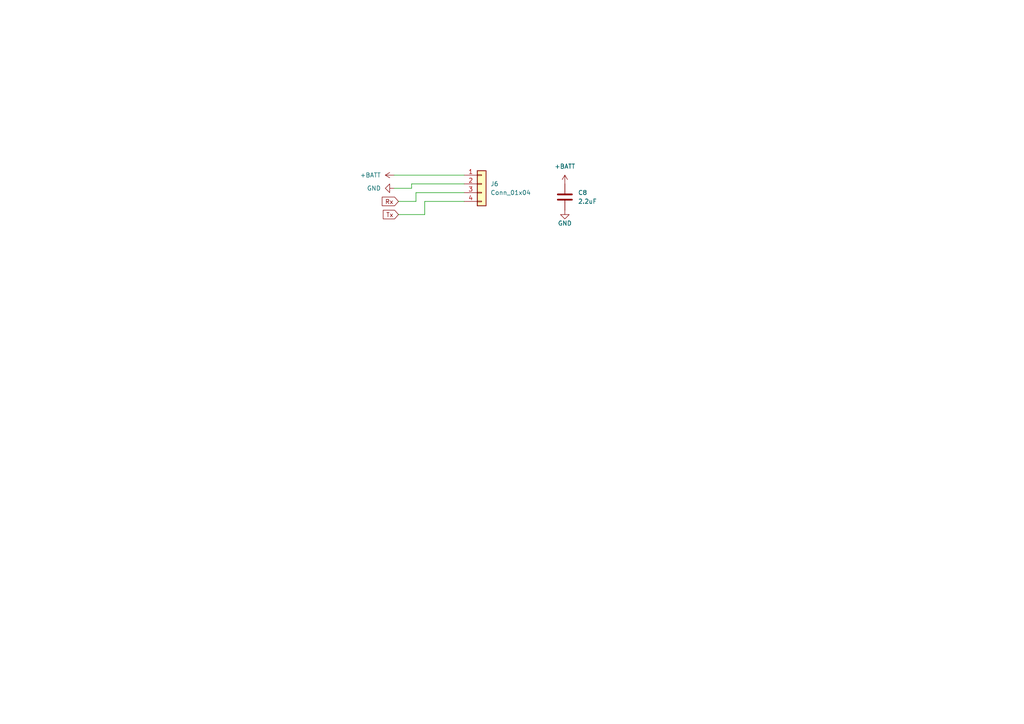
<source format=kicad_sch>
(kicad_sch (version 20230121) (generator eeschema)
  (paper "A4")
  (lib_symbols
    (symbol "Connector_Generic:Conn_01x04" (pin_names (offset 1.016) hide)
      (property "Reference" "J" (at 0 5.08 0))
      (property "Value" "Conn_01x04" (at 0 -7.62 0))
      (symbol "Conn_01x04_1_1"
        (rectangle (start -1.27 -4.953) (end 0 -5.207) (stroke (width 0.1524)))
        (rectangle (start -1.27 -2.413) (end 0 -2.667) (stroke (width 0.1524)))
        (rectangle (start -1.27 0.127) (end 0 -0.127) (stroke (width 0.1524)))
        (rectangle (start -1.27 2.667) (end 0 2.413) (stroke (width 0.1524)))
        (rectangle (start -1.27 3.81) (end 1.27 -6.35) (stroke (width 0.254)) (fill (type background)))
        (pin passive line (at -5.08 2.54 0) (length 3.81) (name "Pin_1") (number "1"))
        (pin passive line (at -5.08 0 0) (length 3.81) (name "Pin_2") (number "2"))
        (pin passive line (at -5.08 -2.54 0) (length 3.81) (name "Pin_3") (number "3"))
        (pin passive line (at -5.08 -5.08 0) (length 3.81) (name "Pin_4") (number "4"))
      )
    )
    (symbol "Device:C" (pin_numbers hide) (pin_names (offset 0.254))
      (property "Reference" "C" (at 0.635 2.54 0))
      (property "Value" "C" (at 0.635 -2.54 0))
      (symbol "C_0_1"
        (polyline (pts (xy -2.032 -0.762) (xy 2.032 -0.762)) (stroke (width 0.508)))
        (polyline (pts (xy -2.032 0.762) (xy 2.032 0.762)) (stroke (width 0.508)))
      )
      (symbol "C_1_1"
        (pin passive line (at 0 3.81 270) (length 2.794) (name "~") (number "1"))
        (pin passive line (at 0 -3.81 90) (length 2.794) (name "~") (number "2"))
      )
    )
    (symbol "power:+BATT" (power) (pin_names (offset 0))
      (property "Value" "+BATT" (at 0 3.556 0))
      (symbol "+BATT_0_1"
        (polyline (pts (xy -0.762 1.27) (xy 0 2.54)))
        (polyline (pts (xy 0 0) (xy 0 2.54)))
        (polyline (pts (xy 0 2.54) (xy 0.762 1.27)))
      )
      (symbol "+BATT_1_1"
        (pin power_in line (at 0 0 90) (length 0) hide (name "+BATT") (number "1"))
      )
    )
    (symbol "power:GND" (power) (pin_names (offset 0))
      (property "Value" "GND" (at 0 -3.81 0))
      (symbol "GND_0_1"
        (polyline (pts (xy 0 0) (xy 0 -1.27) (xy 1.27 -1.27) (xy 0 -2.54) (xy -1.27 -1.27) (xy 0 -1.27)))
      )
      (symbol "GND_1_1"
        (pin power_in line (at 0 0 270) (length 0) hide (name "GND") (number "1"))
      )
    )
  )
  (wire (pts (xy 120.65 55.88) (xy 134.62 55.88)))
  (wire (pts (xy 119.38 54.61) (xy 119.38 53.34)))
  (wire (pts (xy 123.19 62.23) (xy 123.19 58.42)))
  (wire (pts (xy 119.38 53.34) (xy 134.62 53.34)))
  (wire (pts (xy 120.65 58.42) (xy 120.65 55.88)))
  (wire (pts (xy 123.19 58.42) (xy 134.62 58.42)))
  (wire (pts (xy 114.3 54.61) (xy 119.38 54.61)))
  (wire (pts (xy 115.57 62.23) (xy 123.19 62.23)))
  (wire (pts (xy 115.57 58.42) (xy 120.65 58.42)))
  (wire (pts (xy 114.3 50.8) (xy 134.62 50.8)))
  (global_label "Tx" (shape input) (at 115.57 62.23 180) (property "Intersheetrefs" "${INTERSHEET_REFS}" (effects hide)))
  (global_label "Rx" (shape input) (at 115.57 58.42 180) (property "Intersheetrefs" "${INTERSHEET_REFS}" (effects hide)))
  (symbol (lib_id "power:+BATT") (at 114.3 50.8 90) (unit 1)
    (property "Reference" "#PWR034" (effects hide))
    (property "Value" "+BATT" (at 110.49 50.8 90) (effects (justify left)))
  )
  (symbol (lib_id "Device:C") (at 163.83 57.15 0) (unit 1)
    (property "Reference" "C8" (at 167.64 55.88 0) (effects (justify left)))
    (property "Value" "2.2uF" (at 167.64 58.42 0) (effects (justify left)))
    (property "Footprint" "Capacitor_SMD:C_0603_1608Metric" (effects hide))
    (instances (project "minimouse" (path "" (reference "C8") (unit 1)) (path "" (reference "C7") (unit 1)) (path "" (reference "C9") (unit 1))))
  )
  (symbol (lib_id "Connector_Generic:Conn_01x04") (at 139.7 53.34 0) (unit 1)
    (property "Reference" "J6" (at 142.24 53.34 0) (effects (justify left)))
    (property "Value" "Conn_01x04" (at 142.24 55.88 0) (effects (justify left)))
    (property "Footprint" "Connector_PinHeader_2.54mm:PinHeader_1x04_P2.54mm_Vertical" (effects hide))
  )
  (symbol (lib_id "power:+BATT") (at 163.83 53.34 0) (unit 1)
    (property "Reference" "#PWR038" (effects hide))
    (property "Value" "+BATT" (at 163.83 48.26 0))
    (instances (project "minimouse" (path "" (reference "#PWR038") (unit 1)) (path "" (reference "#PWR033") (unit 1)) (path "" (reference "#PWR041") (unit 1))))
  )
  (symbol (lib_id "power:GND") (at 163.83 60.96 0) (unit 1)
    (property "Reference" "#PWR039" (effects hide))
    (property "Value" "GND" (at 163.83 64.77 0))
    (instances (project "minimouse" (path "" (reference "#PWR039") (unit 1)) (path "" (reference "#PWR040") (unit 1)) (path "" (reference "#PWR042") (unit 1))))
  )
  (symbol (lib_id "power:GND") (at 114.3 54.61 270) (unit 1)
    (property "Reference" "#PWR035" (effects hide))
    (property "Value" "GND" (at 110.49 54.61 90) (effects (justify right)))
  )
)
</source>
